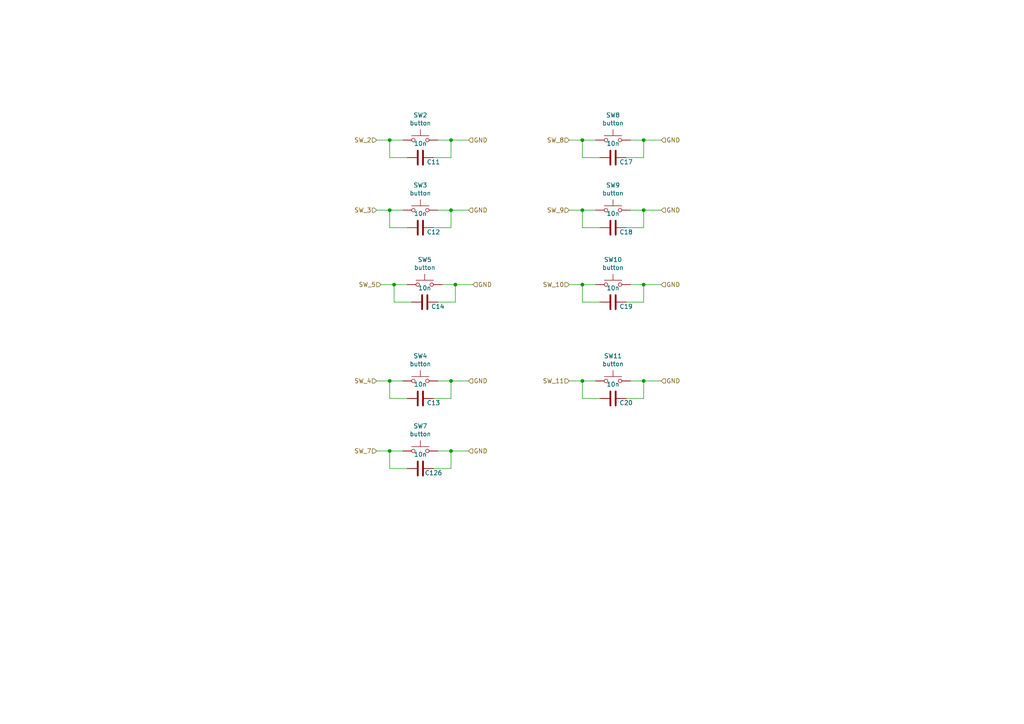
<source format=kicad_sch>
(kicad_sch (version 20211123) (generator eeschema)
  (paper "A4")
  (lib_symbols
    (symbol "Device:C" (pin_numbers hide) (pin_names (offset 0.254))
      (property "Reference" "C" (at 0.635 2.54 0))
      (property "Value" "C" (at 0.635 -2.54 0))
      (symbol "C_0_1"
        (polyline (pts (xy -2.032 -0.762) (xy 2.032 -0.762)) (stroke (width 0.508)))
        (polyline (pts (xy -2.032 0.762) (xy 2.032 0.762)) (stroke (width 0.508)))
      )
      (symbol "C_1_1"
        (pin passive line (at 0 3.81 270) (length 2.794) (name "~") (number "1"))
        (pin passive line (at 0 -3.81 90) (length 2.794) (name "~") (number "2"))
      )
    )
    (symbol "Switch:SW_Push" (pin_numbers hide) (pin_names (offset 1.016) hide)
      (property "Reference" "SW" (at 1.27 2.54 0))
      (property "Value" "SW_Push" (at 0 -1.524 0))
      (symbol "SW_Push_0_1"
        (circle (center -2.032 0) (radius 0.508))
        (polyline (pts (xy 0 1.27) (xy 0 3.048)))
        (polyline (pts (xy 2.54 1.27) (xy -2.54 1.27)))
        (circle (center 2.032 0) (radius 0.508))
        (pin passive line (at -5.08 0 0) (length 2.54) (name "1") (number "1"))
        (pin passive line (at 5.08 0 180) (length 2.54) (name "2") (number "2"))
      )
    )
  )
  (junction (at 130.81 60.96))
  (junction (at 186.69 110.49))
  (junction (at 168.91 82.55))
  (junction (at 132.08 82.55))
  (junction (at 186.69 40.64))
  (junction (at 186.69 60.96))
  (junction (at 113.03 130.81))
  (junction (at 168.91 110.49))
  (junction (at 130.81 40.64))
  (junction (at 113.03 40.64))
  (junction (at 186.69 82.55))
  (junction (at 168.91 40.64))
  (junction (at 168.91 60.96))
  (junction (at 130.81 110.49))
  (junction (at 113.03 60.96))
  (junction (at 113.03 110.49))
  (junction (at 130.81 130.81))
  (junction (at 114.3 82.55))
  (wire (pts (xy 186.69 115.57) (xy 181.61 115.57)))
  (wire (pts (xy 130.81 110.49) (xy 130.81 115.57)))
  (wire (pts (xy 130.81 60.96) (xy 130.81 66.04)))
  (wire (pts (xy 130.81 66.04) (xy 125.73 66.04)))
  (wire (pts (xy 135.89 60.96) (xy 130.81 60.96)))
  (wire (pts (xy 182.88 40.64) (xy 186.69 40.64)))
  (wire (pts (xy 113.03 60.96) (xy 113.03 66.04)))
  (wire (pts (xy 114.3 87.63) (xy 119.38 87.63)))
  (wire (pts (xy 130.81 45.72) (xy 125.73 45.72)))
  (wire (pts (xy 172.72 82.55) (xy 168.91 82.55)))
  (wire (pts (xy 114.3 82.55) (xy 114.3 87.63)))
  (wire (pts (xy 109.22 40.64) (xy 113.03 40.64)))
  (wire (pts (xy 168.91 87.63) (xy 173.99 87.63)))
  (wire (pts (xy 168.91 60.96) (xy 168.91 66.04)))
  (wire (pts (xy 127 40.64) (xy 130.81 40.64)))
  (wire (pts (xy 113.03 115.57) (xy 118.11 115.57)))
  (wire (pts (xy 135.89 110.49) (xy 130.81 110.49)))
  (wire (pts (xy 168.91 45.72) (xy 173.99 45.72)))
  (wire (pts (xy 109.22 110.49) (xy 113.03 110.49)))
  (wire (pts (xy 127 60.96) (xy 130.81 60.96)))
  (wire (pts (xy 186.69 60.96) (xy 186.69 66.04)))
  (wire (pts (xy 165.1 82.55) (xy 168.91 82.55)))
  (wire (pts (xy 132.08 87.63) (xy 127 87.63)))
  (wire (pts (xy 168.91 110.49) (xy 168.91 115.57)))
  (wire (pts (xy 186.69 66.04) (xy 181.61 66.04)))
  (wire (pts (xy 186.69 110.49) (xy 186.69 115.57)))
  (wire (pts (xy 130.81 115.57) (xy 125.73 115.57)))
  (wire (pts (xy 113.03 66.04) (xy 118.11 66.04)))
  (wire (pts (xy 191.77 82.55) (xy 186.69 82.55)))
  (wire (pts (xy 132.08 82.55) (xy 132.08 87.63)))
  (wire (pts (xy 168.91 115.57) (xy 173.99 115.57)))
  (wire (pts (xy 172.72 40.64) (xy 168.91 40.64)))
  (wire (pts (xy 113.03 110.49) (xy 113.03 115.57)))
  (wire (pts (xy 168.91 82.55) (xy 168.91 87.63)))
  (wire (pts (xy 135.89 130.81) (xy 130.81 130.81)))
  (wire (pts (xy 165.1 60.96) (xy 168.91 60.96)))
  (wire (pts (xy 116.84 130.81) (xy 113.03 130.81)))
  (wire (pts (xy 130.81 130.81) (xy 130.81 135.89)))
  (wire (pts (xy 182.88 82.55) (xy 186.69 82.55)))
  (wire (pts (xy 113.03 135.89) (xy 118.11 135.89)))
  (wire (pts (xy 127 130.81) (xy 130.81 130.81)))
  (wire (pts (xy 186.69 87.63) (xy 181.61 87.63)))
  (wire (pts (xy 109.22 130.81) (xy 113.03 130.81)))
  (wire (pts (xy 130.81 40.64) (xy 130.81 45.72)))
  (wire (pts (xy 186.69 82.55) (xy 186.69 87.63)))
  (wire (pts (xy 191.77 60.96) (xy 186.69 60.96)))
  (wire (pts (xy 191.77 110.49) (xy 186.69 110.49)))
  (wire (pts (xy 130.81 135.89) (xy 125.73 135.89)))
  (wire (pts (xy 113.03 40.64) (xy 113.03 45.72)))
  (wire (pts (xy 113.03 130.81) (xy 113.03 135.89)))
  (wire (pts (xy 116.84 110.49) (xy 113.03 110.49)))
  (wire (pts (xy 168.91 40.64) (xy 168.91 45.72)))
  (wire (pts (xy 116.84 60.96) (xy 113.03 60.96)))
  (wire (pts (xy 182.88 110.49) (xy 186.69 110.49)))
  (wire (pts (xy 135.89 40.64) (xy 130.81 40.64)))
  (wire (pts (xy 110.49 82.55) (xy 114.3 82.55)))
  (wire (pts (xy 127 110.49) (xy 130.81 110.49)))
  (wire (pts (xy 128.27 82.55) (xy 132.08 82.55)))
  (wire (pts (xy 118.11 82.55) (xy 114.3 82.55)))
  (wire (pts (xy 165.1 40.64) (xy 168.91 40.64)))
  (wire (pts (xy 191.77 40.64) (xy 186.69 40.64)))
  (wire (pts (xy 113.03 45.72) (xy 118.11 45.72)))
  (wire (pts (xy 116.84 40.64) (xy 113.03 40.64)))
  (wire (pts (xy 186.69 40.64) (xy 186.69 45.72)))
  (wire (pts (xy 182.88 60.96) (xy 186.69 60.96)))
  (wire (pts (xy 109.22 60.96) (xy 113.03 60.96)))
  (wire (pts (xy 172.72 60.96) (xy 168.91 60.96)))
  (wire (pts (xy 172.72 110.49) (xy 168.91 110.49)))
  (wire (pts (xy 165.1 110.49) (xy 168.91 110.49)))
  (wire (pts (xy 168.91 66.04) (xy 173.99 66.04)))
  (wire (pts (xy 186.69 45.72) (xy 181.61 45.72)))
  (wire (pts (xy 137.16 82.55) (xy 132.08 82.55)))
  (hierarchical_label "SW_4" (shape input) (at 109.22 110.49 180))
  (hierarchical_label "GND" (shape input) (at 191.77 110.49 0))
  (hierarchical_label "SW_2" (shape input) (at 109.22 40.64 180))
  (hierarchical_label "GND" (shape input) (at 191.77 40.64 0))
  (hierarchical_label "SW_8" (shape input) (at 165.1 40.64 180))
  (hierarchical_label "SW_10" (shape input) (at 165.1 82.55 180))
  (hierarchical_label "SW_11" (shape input) (at 165.1 110.49 180))
  (hierarchical_label "GND" (shape input) (at 137.16 82.55 0))
  (hierarchical_label "SW_7" (shape input) (at 109.22 130.81 180))
  (hierarchical_label "SW_9" (shape input) (at 165.1 60.96 180))
  (hierarchical_label "GND" (shape input) (at 135.89 110.49 0))
  (hierarchical_label "GND" (shape input) (at 191.77 82.55 0))
  (hierarchical_label "GND" (shape input) (at 135.89 60.96 0))
  (hierarchical_label "SW_3" (shape input) (at 109.22 60.96 180))
  (hierarchical_label "GND" (shape input) (at 191.77 60.96 0))
  (hierarchical_label "GND" (shape input) (at 135.89 130.81 0))
  (hierarchical_label "SW_5" (shape input) (at 110.49 82.55 180))
  (hierarchical_label "GND" (shape input) (at 135.89 40.64 0))
  (symbol (lib_id "Switch:SW_Push") (at 121.92 110.49 0) (unit 1)
    (property "Reference" "SW4" (at 121.92 103.251 0))
    (property "Value" "button" (at 121.92 105.5624 0))
    (property "Footprint" "my_library:Tactile_switch" (effects hide))
    (property "LCSC" "C318887" (effects hide))
    (property "JLCPCB_CORRECTION" "0;0;0" (effects hide))
  )
  (symbol (lib_id "Device:C") (at 121.92 115.57 270) (unit 1)
    (property "Reference" "C13" (at 125.73 116.84 90))
    (property "Value" "10n" (at 121.92 111.4806 90))
    (property "Footprint" "Capacitor_SMD:C_0402_1005Metric" (effects hide))
    (property "LCSC" "C15195" (effects hide))
    (property "JLCPCB_CORRECTION" "0;0;0" (effects hide))
  )
  (symbol (lib_id "Switch:SW_Push") (at 177.8 110.49 0) (unit 1)
    (property "Reference" "SW11" (at 177.8 103.251 0))
    (property "Value" "button" (at 177.8 105.5624 0))
    (property "Footprint" "my_library:Tactile_switch" (effects hide))
    (property "LCSC" "C318887" (effects hide))
    (property "JLCPCB_CORRECTION" "0;0;0" (effects hide))
  )
  (symbol (lib_id "Device:C") (at 177.8 115.57 270) (unit 1)
    (property "Reference" "C20" (at 181.61 116.84 90))
    (property "Value" "10n" (at 177.8 111.4806 90))
    (property "Footprint" "Capacitor_SMD:C_0402_1005Metric" (effects hide))
    (property "LCSC" "C15195" (effects hide))
    (property "JLCPCB_CORRECTION" "0;0;0" (effects hide))
  )
  (symbol (lib_id "Switch:SW_Push") (at 121.92 60.96 0) (unit 1)
    (property "Reference" "SW3" (at 121.92 53.721 0))
    (property "Value" "button" (at 121.92 56.0324 0))
    (property "Footprint" "my_library:Tactile_switch" (effects hide))
    (property "LCSC" "C318887" (effects hide))
    (property "JLCPCB_CORRECTION" "0;0;0" (effects hide))
  )
  (symbol (lib_id "Device:C") (at 121.92 66.04 270) (unit 1)
    (property "Reference" "C12" (at 125.73 67.31 90))
    (property "Value" "10n" (at 121.92 61.9506 90))
    (property "Footprint" "Capacitor_SMD:C_0402_1005Metric" (effects hide))
    (property "LCSC" "C15195" (effects hide))
    (property "JLCPCB_CORRECTION" "0;0;0" (effects hide))
  )
  (symbol (lib_id "Switch:SW_Push") (at 123.19 82.55 0) (unit 1)
    (property "Reference" "SW5" (at 123.19 75.311 0))
    (property "Value" "button" (at 123.19 77.6224 0))
    (property "Footprint" "my_library:Tactile_switch" (effects hide))
    (property "LCSC" "C318887" (effects hide))
    (property "JLCPCB_CORRECTION" "0;0;0" (effects hide))
  )
  (symbol (lib_id "Device:C") (at 123.19 87.63 270) (unit 1)
    (property "Reference" "C14" (at 127 88.9 90))
    (property "Value" "10n" (at 123.19 83.5406 90))
    (property "Footprint" "Capacitor_SMD:C_0402_1005Metric" (effects hide))
    (property "LCSC" "C15195" (effects hide))
    (property "JLCPCB_CORRECTION" "0;0;0" (effects hide))
  )
  (symbol (lib_id "Switch:SW_Push") (at 177.8 60.96 0) (unit 1)
    (property "Reference" "SW9" (at 177.8 53.721 0))
    (property "Value" "button" (at 177.8 56.0324 0))
    (property "Footprint" "my_library:Tactile_switch" (effects hide))
    (property "LCSC" "C318887" (effects hide))
    (property "JLCPCB_CORRECTION" "0;0;0" (effects hide))
  )
  (symbol (lib_id "Device:C") (at 177.8 66.04 270) (unit 1)
    (property "Reference" "C18" (at 181.61 67.31 90))
    (property "Value" "10n" (at 177.8 61.9506 90))
    (property "Footprint" "Capacitor_SMD:C_0402_1005Metric" (effects hide))
    (property "LCSC" "C15195" (effects hide))
    (property "JLCPCB_CORRECTION" "0;0;0" (effects hide))
  )
  (symbol (lib_id "Switch:SW_Push") (at 177.8 82.55 0) (unit 1)
    (property "Reference" "SW10" (at 177.8 75.311 0))
    (property "Value" "button" (at 177.8 77.6224 0))
    (property "Footprint" "my_library:Tactile_switch" (effects hide))
    (property "LCSC" "C318887" (effects hide))
    (property "JLCPCB_CORRECTION" "0;0;0" (effects hide))
  )
  (symbol (lib_id "Device:C") (at 177.8 87.63 270) (unit 1)
    (property "Reference" "C19" (at 181.61 88.9 90))
    (property "Value" "10n" (at 177.8 83.5406 90))
    (property "Footprint" "Capacitor_SMD:C_0402_1005Metric" (effects hide))
    (property "LCSC" "C15195" (effects hide))
    (property "JLCPCB_CORRECTION" "0;0;0" (effects hide))
  )
  (symbol (lib_id "Switch:SW_Push") (at 121.92 40.64 0) (unit 1)
    (property "Reference" "SW2" (at 121.92 33.401 0))
    (property "Value" "button" (at 121.92 35.7124 0))
    (property "Footprint" "my_library:Tactile_switch" (effects hide))
    (property "LCSC" "C318887" (effects hide))
    (property "JLCPCB_CORRECTION" "0;0;0" (effects hide))
  )
  (symbol (lib_id "Device:C") (at 121.92 45.72 270) (unit 1)
    (property "Reference" "C11" (at 125.73 46.99 90))
    (property "Value" "10n" (at 121.92 41.6306 90))
    (property "Footprint" "Capacitor_SMD:C_0402_1005Metric" (effects hide))
    (property "LCSC" "C15195" (effects hide))
    (property "JLCPCB_CORRECTION" "0;0;0" (effects hide))
  )
  (symbol (lib_id "Switch:SW_Push") (at 177.8 40.64 0) (unit 1)
    (property "Reference" "SW8" (at 177.8 33.401 0))
    (property "Value" "button" (at 177.8 35.7124 0))
    (property "Footprint" "my_library:Tactile_switch" (effects hide))
    (property "LCSC" "C318887" (effects hide))
    (property "JLCPCB_CORRECTION" "0;0;0" (effects hide))
  )
  (symbol (lib_id "Device:C") (at 177.8 45.72 270) (unit 1)
    (property "Reference" "C17" (at 181.61 46.99 90))
    (property "Value" "10n" (at 177.8 41.6306 90))
    (property "Footprint" "Capacitor_SMD:C_0402_1005Metric" (effects hide))
    (property "LCSC" "C15195" (effects hide))
    (property "JLCPCB_CORRECTION" "0;0;0" (effects hide))
  )
  (symbol (lib_id "Device:C") (at 121.92 135.89 270) (unit 1)
    (property "Reference" "C126" (at 125.73 137.16 90))
    (property "Value" "10n" (at 121.92 131.8006 90))
    (property "Footprint" "Capacitor_SMD:C_0402_1005Metric" (effects hide))
    (property "LCSC" "C15195" (effects hide))
    (property "JLCPCB_CORRECTION" "0;0;0" (effects hide))
  )
  (symbol (lib_id "Switch:SW_Push") (at 121.92 130.81 0) (unit 1)
    (property "Reference" "SW7" (at 121.92 123.571 0))
    (property "Value" "button" (at 121.92 125.8824 0))
    (property "Footprint" "my_library:Tactile_switch" (effects hide))
    (property "LCSC" "C318887" (effects hide))
    (property "JLCPCB_CORRECTION" "0;0;0" (effects hide))
  )
)
</source>
